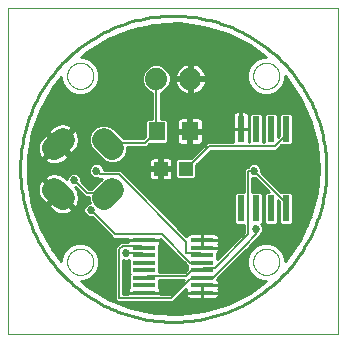
<source format=gtl>
G75*
%MOIN*%
%OFA0B0*%
%FSLAX25Y25*%
%IPPOS*%
%LPD*%
%AMOC8*
5,1,8,0,0,1.08239X$1,22.5*
%
%ADD10C,0.00000*%
%ADD11C,0.01000*%
%ADD12R,0.05512X0.06299*%
%ADD13R,0.07800X0.01400*%
%ADD14R,0.02400X0.08700*%
%ADD15R,0.04724X0.04724*%
%ADD16C,0.07400*%
%ADD17C,0.07874*%
%ADD18C,0.00600*%
%ADD19C,0.02700*%
D10*
X0006500Y0001500D02*
X0006500Y0110201D01*
X0116421Y0110201D01*
X0116421Y0001500D01*
X0006500Y0001500D01*
X0026150Y0025500D02*
X0026152Y0025631D01*
X0026158Y0025763D01*
X0026168Y0025894D01*
X0026182Y0026024D01*
X0026200Y0026155D01*
X0026221Y0026284D01*
X0026247Y0026413D01*
X0026276Y0026541D01*
X0026310Y0026668D01*
X0026347Y0026794D01*
X0026388Y0026919D01*
X0026433Y0027043D01*
X0026481Y0027165D01*
X0026533Y0027285D01*
X0026589Y0027404D01*
X0026648Y0027522D01*
X0026711Y0027637D01*
X0026777Y0027750D01*
X0026847Y0027862D01*
X0026920Y0027971D01*
X0026996Y0028078D01*
X0027076Y0028183D01*
X0027158Y0028285D01*
X0027244Y0028385D01*
X0027333Y0028482D01*
X0027424Y0028576D01*
X0027518Y0028667D01*
X0027615Y0028756D01*
X0027715Y0028842D01*
X0027817Y0028924D01*
X0027922Y0029004D01*
X0028029Y0029080D01*
X0028138Y0029153D01*
X0028250Y0029223D01*
X0028363Y0029289D01*
X0028478Y0029352D01*
X0028596Y0029411D01*
X0028715Y0029467D01*
X0028835Y0029519D01*
X0028957Y0029567D01*
X0029081Y0029612D01*
X0029206Y0029653D01*
X0029332Y0029690D01*
X0029459Y0029724D01*
X0029587Y0029753D01*
X0029716Y0029779D01*
X0029845Y0029800D01*
X0029976Y0029818D01*
X0030106Y0029832D01*
X0030237Y0029842D01*
X0030369Y0029848D01*
X0030500Y0029850D01*
X0030631Y0029848D01*
X0030763Y0029842D01*
X0030894Y0029832D01*
X0031024Y0029818D01*
X0031155Y0029800D01*
X0031284Y0029779D01*
X0031413Y0029753D01*
X0031541Y0029724D01*
X0031668Y0029690D01*
X0031794Y0029653D01*
X0031919Y0029612D01*
X0032043Y0029567D01*
X0032165Y0029519D01*
X0032285Y0029467D01*
X0032404Y0029411D01*
X0032522Y0029352D01*
X0032637Y0029289D01*
X0032750Y0029223D01*
X0032862Y0029153D01*
X0032971Y0029080D01*
X0033078Y0029004D01*
X0033183Y0028924D01*
X0033285Y0028842D01*
X0033385Y0028756D01*
X0033482Y0028667D01*
X0033576Y0028576D01*
X0033667Y0028482D01*
X0033756Y0028385D01*
X0033842Y0028285D01*
X0033924Y0028183D01*
X0034004Y0028078D01*
X0034080Y0027971D01*
X0034153Y0027862D01*
X0034223Y0027750D01*
X0034289Y0027637D01*
X0034352Y0027522D01*
X0034411Y0027404D01*
X0034467Y0027285D01*
X0034519Y0027165D01*
X0034567Y0027043D01*
X0034612Y0026919D01*
X0034653Y0026794D01*
X0034690Y0026668D01*
X0034724Y0026541D01*
X0034753Y0026413D01*
X0034779Y0026284D01*
X0034800Y0026155D01*
X0034818Y0026024D01*
X0034832Y0025894D01*
X0034842Y0025763D01*
X0034848Y0025631D01*
X0034850Y0025500D01*
X0034848Y0025369D01*
X0034842Y0025237D01*
X0034832Y0025106D01*
X0034818Y0024976D01*
X0034800Y0024845D01*
X0034779Y0024716D01*
X0034753Y0024587D01*
X0034724Y0024459D01*
X0034690Y0024332D01*
X0034653Y0024206D01*
X0034612Y0024081D01*
X0034567Y0023957D01*
X0034519Y0023835D01*
X0034467Y0023715D01*
X0034411Y0023596D01*
X0034352Y0023478D01*
X0034289Y0023363D01*
X0034223Y0023250D01*
X0034153Y0023138D01*
X0034080Y0023029D01*
X0034004Y0022922D01*
X0033924Y0022817D01*
X0033842Y0022715D01*
X0033756Y0022615D01*
X0033667Y0022518D01*
X0033576Y0022424D01*
X0033482Y0022333D01*
X0033385Y0022244D01*
X0033285Y0022158D01*
X0033183Y0022076D01*
X0033078Y0021996D01*
X0032971Y0021920D01*
X0032862Y0021847D01*
X0032750Y0021777D01*
X0032637Y0021711D01*
X0032522Y0021648D01*
X0032404Y0021589D01*
X0032285Y0021533D01*
X0032165Y0021481D01*
X0032043Y0021433D01*
X0031919Y0021388D01*
X0031794Y0021347D01*
X0031668Y0021310D01*
X0031541Y0021276D01*
X0031413Y0021247D01*
X0031284Y0021221D01*
X0031155Y0021200D01*
X0031024Y0021182D01*
X0030894Y0021168D01*
X0030763Y0021158D01*
X0030631Y0021152D01*
X0030500Y0021150D01*
X0030369Y0021152D01*
X0030237Y0021158D01*
X0030106Y0021168D01*
X0029976Y0021182D01*
X0029845Y0021200D01*
X0029716Y0021221D01*
X0029587Y0021247D01*
X0029459Y0021276D01*
X0029332Y0021310D01*
X0029206Y0021347D01*
X0029081Y0021388D01*
X0028957Y0021433D01*
X0028835Y0021481D01*
X0028715Y0021533D01*
X0028596Y0021589D01*
X0028478Y0021648D01*
X0028363Y0021711D01*
X0028250Y0021777D01*
X0028138Y0021847D01*
X0028029Y0021920D01*
X0027922Y0021996D01*
X0027817Y0022076D01*
X0027715Y0022158D01*
X0027615Y0022244D01*
X0027518Y0022333D01*
X0027424Y0022424D01*
X0027333Y0022518D01*
X0027244Y0022615D01*
X0027158Y0022715D01*
X0027076Y0022817D01*
X0026996Y0022922D01*
X0026920Y0023029D01*
X0026847Y0023138D01*
X0026777Y0023250D01*
X0026711Y0023363D01*
X0026648Y0023478D01*
X0026589Y0023596D01*
X0026533Y0023715D01*
X0026481Y0023835D01*
X0026433Y0023957D01*
X0026388Y0024081D01*
X0026347Y0024206D01*
X0026310Y0024332D01*
X0026276Y0024459D01*
X0026247Y0024587D01*
X0026221Y0024716D01*
X0026200Y0024845D01*
X0026182Y0024976D01*
X0026168Y0025106D01*
X0026158Y0025237D01*
X0026152Y0025369D01*
X0026150Y0025500D01*
X0088150Y0025500D02*
X0088152Y0025631D01*
X0088158Y0025763D01*
X0088168Y0025894D01*
X0088182Y0026024D01*
X0088200Y0026155D01*
X0088221Y0026284D01*
X0088247Y0026413D01*
X0088276Y0026541D01*
X0088310Y0026668D01*
X0088347Y0026794D01*
X0088388Y0026919D01*
X0088433Y0027043D01*
X0088481Y0027165D01*
X0088533Y0027285D01*
X0088589Y0027404D01*
X0088648Y0027522D01*
X0088711Y0027637D01*
X0088777Y0027750D01*
X0088847Y0027862D01*
X0088920Y0027971D01*
X0088996Y0028078D01*
X0089076Y0028183D01*
X0089158Y0028285D01*
X0089244Y0028385D01*
X0089333Y0028482D01*
X0089424Y0028576D01*
X0089518Y0028667D01*
X0089615Y0028756D01*
X0089715Y0028842D01*
X0089817Y0028924D01*
X0089922Y0029004D01*
X0090029Y0029080D01*
X0090138Y0029153D01*
X0090250Y0029223D01*
X0090363Y0029289D01*
X0090478Y0029352D01*
X0090596Y0029411D01*
X0090715Y0029467D01*
X0090835Y0029519D01*
X0090957Y0029567D01*
X0091081Y0029612D01*
X0091206Y0029653D01*
X0091332Y0029690D01*
X0091459Y0029724D01*
X0091587Y0029753D01*
X0091716Y0029779D01*
X0091845Y0029800D01*
X0091976Y0029818D01*
X0092106Y0029832D01*
X0092237Y0029842D01*
X0092369Y0029848D01*
X0092500Y0029850D01*
X0092631Y0029848D01*
X0092763Y0029842D01*
X0092894Y0029832D01*
X0093024Y0029818D01*
X0093155Y0029800D01*
X0093284Y0029779D01*
X0093413Y0029753D01*
X0093541Y0029724D01*
X0093668Y0029690D01*
X0093794Y0029653D01*
X0093919Y0029612D01*
X0094043Y0029567D01*
X0094165Y0029519D01*
X0094285Y0029467D01*
X0094404Y0029411D01*
X0094522Y0029352D01*
X0094637Y0029289D01*
X0094750Y0029223D01*
X0094862Y0029153D01*
X0094971Y0029080D01*
X0095078Y0029004D01*
X0095183Y0028924D01*
X0095285Y0028842D01*
X0095385Y0028756D01*
X0095482Y0028667D01*
X0095576Y0028576D01*
X0095667Y0028482D01*
X0095756Y0028385D01*
X0095842Y0028285D01*
X0095924Y0028183D01*
X0096004Y0028078D01*
X0096080Y0027971D01*
X0096153Y0027862D01*
X0096223Y0027750D01*
X0096289Y0027637D01*
X0096352Y0027522D01*
X0096411Y0027404D01*
X0096467Y0027285D01*
X0096519Y0027165D01*
X0096567Y0027043D01*
X0096612Y0026919D01*
X0096653Y0026794D01*
X0096690Y0026668D01*
X0096724Y0026541D01*
X0096753Y0026413D01*
X0096779Y0026284D01*
X0096800Y0026155D01*
X0096818Y0026024D01*
X0096832Y0025894D01*
X0096842Y0025763D01*
X0096848Y0025631D01*
X0096850Y0025500D01*
X0096848Y0025369D01*
X0096842Y0025237D01*
X0096832Y0025106D01*
X0096818Y0024976D01*
X0096800Y0024845D01*
X0096779Y0024716D01*
X0096753Y0024587D01*
X0096724Y0024459D01*
X0096690Y0024332D01*
X0096653Y0024206D01*
X0096612Y0024081D01*
X0096567Y0023957D01*
X0096519Y0023835D01*
X0096467Y0023715D01*
X0096411Y0023596D01*
X0096352Y0023478D01*
X0096289Y0023363D01*
X0096223Y0023250D01*
X0096153Y0023138D01*
X0096080Y0023029D01*
X0096004Y0022922D01*
X0095924Y0022817D01*
X0095842Y0022715D01*
X0095756Y0022615D01*
X0095667Y0022518D01*
X0095576Y0022424D01*
X0095482Y0022333D01*
X0095385Y0022244D01*
X0095285Y0022158D01*
X0095183Y0022076D01*
X0095078Y0021996D01*
X0094971Y0021920D01*
X0094862Y0021847D01*
X0094750Y0021777D01*
X0094637Y0021711D01*
X0094522Y0021648D01*
X0094404Y0021589D01*
X0094285Y0021533D01*
X0094165Y0021481D01*
X0094043Y0021433D01*
X0093919Y0021388D01*
X0093794Y0021347D01*
X0093668Y0021310D01*
X0093541Y0021276D01*
X0093413Y0021247D01*
X0093284Y0021221D01*
X0093155Y0021200D01*
X0093024Y0021182D01*
X0092894Y0021168D01*
X0092763Y0021158D01*
X0092631Y0021152D01*
X0092500Y0021150D01*
X0092369Y0021152D01*
X0092237Y0021158D01*
X0092106Y0021168D01*
X0091976Y0021182D01*
X0091845Y0021200D01*
X0091716Y0021221D01*
X0091587Y0021247D01*
X0091459Y0021276D01*
X0091332Y0021310D01*
X0091206Y0021347D01*
X0091081Y0021388D01*
X0090957Y0021433D01*
X0090835Y0021481D01*
X0090715Y0021533D01*
X0090596Y0021589D01*
X0090478Y0021648D01*
X0090363Y0021711D01*
X0090250Y0021777D01*
X0090138Y0021847D01*
X0090029Y0021920D01*
X0089922Y0021996D01*
X0089817Y0022076D01*
X0089715Y0022158D01*
X0089615Y0022244D01*
X0089518Y0022333D01*
X0089424Y0022424D01*
X0089333Y0022518D01*
X0089244Y0022615D01*
X0089158Y0022715D01*
X0089076Y0022817D01*
X0088996Y0022922D01*
X0088920Y0023029D01*
X0088847Y0023138D01*
X0088777Y0023250D01*
X0088711Y0023363D01*
X0088648Y0023478D01*
X0088589Y0023596D01*
X0088533Y0023715D01*
X0088481Y0023835D01*
X0088433Y0023957D01*
X0088388Y0024081D01*
X0088347Y0024206D01*
X0088310Y0024332D01*
X0088276Y0024459D01*
X0088247Y0024587D01*
X0088221Y0024716D01*
X0088200Y0024845D01*
X0088182Y0024976D01*
X0088168Y0025106D01*
X0088158Y0025237D01*
X0088152Y0025369D01*
X0088150Y0025500D01*
X0088150Y0087500D02*
X0088152Y0087631D01*
X0088158Y0087763D01*
X0088168Y0087894D01*
X0088182Y0088024D01*
X0088200Y0088155D01*
X0088221Y0088284D01*
X0088247Y0088413D01*
X0088276Y0088541D01*
X0088310Y0088668D01*
X0088347Y0088794D01*
X0088388Y0088919D01*
X0088433Y0089043D01*
X0088481Y0089165D01*
X0088533Y0089285D01*
X0088589Y0089404D01*
X0088648Y0089522D01*
X0088711Y0089637D01*
X0088777Y0089750D01*
X0088847Y0089862D01*
X0088920Y0089971D01*
X0088996Y0090078D01*
X0089076Y0090183D01*
X0089158Y0090285D01*
X0089244Y0090385D01*
X0089333Y0090482D01*
X0089424Y0090576D01*
X0089518Y0090667D01*
X0089615Y0090756D01*
X0089715Y0090842D01*
X0089817Y0090924D01*
X0089922Y0091004D01*
X0090029Y0091080D01*
X0090138Y0091153D01*
X0090250Y0091223D01*
X0090363Y0091289D01*
X0090478Y0091352D01*
X0090596Y0091411D01*
X0090715Y0091467D01*
X0090835Y0091519D01*
X0090957Y0091567D01*
X0091081Y0091612D01*
X0091206Y0091653D01*
X0091332Y0091690D01*
X0091459Y0091724D01*
X0091587Y0091753D01*
X0091716Y0091779D01*
X0091845Y0091800D01*
X0091976Y0091818D01*
X0092106Y0091832D01*
X0092237Y0091842D01*
X0092369Y0091848D01*
X0092500Y0091850D01*
X0092631Y0091848D01*
X0092763Y0091842D01*
X0092894Y0091832D01*
X0093024Y0091818D01*
X0093155Y0091800D01*
X0093284Y0091779D01*
X0093413Y0091753D01*
X0093541Y0091724D01*
X0093668Y0091690D01*
X0093794Y0091653D01*
X0093919Y0091612D01*
X0094043Y0091567D01*
X0094165Y0091519D01*
X0094285Y0091467D01*
X0094404Y0091411D01*
X0094522Y0091352D01*
X0094637Y0091289D01*
X0094750Y0091223D01*
X0094862Y0091153D01*
X0094971Y0091080D01*
X0095078Y0091004D01*
X0095183Y0090924D01*
X0095285Y0090842D01*
X0095385Y0090756D01*
X0095482Y0090667D01*
X0095576Y0090576D01*
X0095667Y0090482D01*
X0095756Y0090385D01*
X0095842Y0090285D01*
X0095924Y0090183D01*
X0096004Y0090078D01*
X0096080Y0089971D01*
X0096153Y0089862D01*
X0096223Y0089750D01*
X0096289Y0089637D01*
X0096352Y0089522D01*
X0096411Y0089404D01*
X0096467Y0089285D01*
X0096519Y0089165D01*
X0096567Y0089043D01*
X0096612Y0088919D01*
X0096653Y0088794D01*
X0096690Y0088668D01*
X0096724Y0088541D01*
X0096753Y0088413D01*
X0096779Y0088284D01*
X0096800Y0088155D01*
X0096818Y0088024D01*
X0096832Y0087894D01*
X0096842Y0087763D01*
X0096848Y0087631D01*
X0096850Y0087500D01*
X0096848Y0087369D01*
X0096842Y0087237D01*
X0096832Y0087106D01*
X0096818Y0086976D01*
X0096800Y0086845D01*
X0096779Y0086716D01*
X0096753Y0086587D01*
X0096724Y0086459D01*
X0096690Y0086332D01*
X0096653Y0086206D01*
X0096612Y0086081D01*
X0096567Y0085957D01*
X0096519Y0085835D01*
X0096467Y0085715D01*
X0096411Y0085596D01*
X0096352Y0085478D01*
X0096289Y0085363D01*
X0096223Y0085250D01*
X0096153Y0085138D01*
X0096080Y0085029D01*
X0096004Y0084922D01*
X0095924Y0084817D01*
X0095842Y0084715D01*
X0095756Y0084615D01*
X0095667Y0084518D01*
X0095576Y0084424D01*
X0095482Y0084333D01*
X0095385Y0084244D01*
X0095285Y0084158D01*
X0095183Y0084076D01*
X0095078Y0083996D01*
X0094971Y0083920D01*
X0094862Y0083847D01*
X0094750Y0083777D01*
X0094637Y0083711D01*
X0094522Y0083648D01*
X0094404Y0083589D01*
X0094285Y0083533D01*
X0094165Y0083481D01*
X0094043Y0083433D01*
X0093919Y0083388D01*
X0093794Y0083347D01*
X0093668Y0083310D01*
X0093541Y0083276D01*
X0093413Y0083247D01*
X0093284Y0083221D01*
X0093155Y0083200D01*
X0093024Y0083182D01*
X0092894Y0083168D01*
X0092763Y0083158D01*
X0092631Y0083152D01*
X0092500Y0083150D01*
X0092369Y0083152D01*
X0092237Y0083158D01*
X0092106Y0083168D01*
X0091976Y0083182D01*
X0091845Y0083200D01*
X0091716Y0083221D01*
X0091587Y0083247D01*
X0091459Y0083276D01*
X0091332Y0083310D01*
X0091206Y0083347D01*
X0091081Y0083388D01*
X0090957Y0083433D01*
X0090835Y0083481D01*
X0090715Y0083533D01*
X0090596Y0083589D01*
X0090478Y0083648D01*
X0090363Y0083711D01*
X0090250Y0083777D01*
X0090138Y0083847D01*
X0090029Y0083920D01*
X0089922Y0083996D01*
X0089817Y0084076D01*
X0089715Y0084158D01*
X0089615Y0084244D01*
X0089518Y0084333D01*
X0089424Y0084424D01*
X0089333Y0084518D01*
X0089244Y0084615D01*
X0089158Y0084715D01*
X0089076Y0084817D01*
X0088996Y0084922D01*
X0088920Y0085029D01*
X0088847Y0085138D01*
X0088777Y0085250D01*
X0088711Y0085363D01*
X0088648Y0085478D01*
X0088589Y0085596D01*
X0088533Y0085715D01*
X0088481Y0085835D01*
X0088433Y0085957D01*
X0088388Y0086081D01*
X0088347Y0086206D01*
X0088310Y0086332D01*
X0088276Y0086459D01*
X0088247Y0086587D01*
X0088221Y0086716D01*
X0088200Y0086845D01*
X0088182Y0086976D01*
X0088168Y0087106D01*
X0088158Y0087237D01*
X0088152Y0087369D01*
X0088150Y0087500D01*
X0026150Y0087500D02*
X0026152Y0087631D01*
X0026158Y0087763D01*
X0026168Y0087894D01*
X0026182Y0088024D01*
X0026200Y0088155D01*
X0026221Y0088284D01*
X0026247Y0088413D01*
X0026276Y0088541D01*
X0026310Y0088668D01*
X0026347Y0088794D01*
X0026388Y0088919D01*
X0026433Y0089043D01*
X0026481Y0089165D01*
X0026533Y0089285D01*
X0026589Y0089404D01*
X0026648Y0089522D01*
X0026711Y0089637D01*
X0026777Y0089750D01*
X0026847Y0089862D01*
X0026920Y0089971D01*
X0026996Y0090078D01*
X0027076Y0090183D01*
X0027158Y0090285D01*
X0027244Y0090385D01*
X0027333Y0090482D01*
X0027424Y0090576D01*
X0027518Y0090667D01*
X0027615Y0090756D01*
X0027715Y0090842D01*
X0027817Y0090924D01*
X0027922Y0091004D01*
X0028029Y0091080D01*
X0028138Y0091153D01*
X0028250Y0091223D01*
X0028363Y0091289D01*
X0028478Y0091352D01*
X0028596Y0091411D01*
X0028715Y0091467D01*
X0028835Y0091519D01*
X0028957Y0091567D01*
X0029081Y0091612D01*
X0029206Y0091653D01*
X0029332Y0091690D01*
X0029459Y0091724D01*
X0029587Y0091753D01*
X0029716Y0091779D01*
X0029845Y0091800D01*
X0029976Y0091818D01*
X0030106Y0091832D01*
X0030237Y0091842D01*
X0030369Y0091848D01*
X0030500Y0091850D01*
X0030631Y0091848D01*
X0030763Y0091842D01*
X0030894Y0091832D01*
X0031024Y0091818D01*
X0031155Y0091800D01*
X0031284Y0091779D01*
X0031413Y0091753D01*
X0031541Y0091724D01*
X0031668Y0091690D01*
X0031794Y0091653D01*
X0031919Y0091612D01*
X0032043Y0091567D01*
X0032165Y0091519D01*
X0032285Y0091467D01*
X0032404Y0091411D01*
X0032522Y0091352D01*
X0032637Y0091289D01*
X0032750Y0091223D01*
X0032862Y0091153D01*
X0032971Y0091080D01*
X0033078Y0091004D01*
X0033183Y0090924D01*
X0033285Y0090842D01*
X0033385Y0090756D01*
X0033482Y0090667D01*
X0033576Y0090576D01*
X0033667Y0090482D01*
X0033756Y0090385D01*
X0033842Y0090285D01*
X0033924Y0090183D01*
X0034004Y0090078D01*
X0034080Y0089971D01*
X0034153Y0089862D01*
X0034223Y0089750D01*
X0034289Y0089637D01*
X0034352Y0089522D01*
X0034411Y0089404D01*
X0034467Y0089285D01*
X0034519Y0089165D01*
X0034567Y0089043D01*
X0034612Y0088919D01*
X0034653Y0088794D01*
X0034690Y0088668D01*
X0034724Y0088541D01*
X0034753Y0088413D01*
X0034779Y0088284D01*
X0034800Y0088155D01*
X0034818Y0088024D01*
X0034832Y0087894D01*
X0034842Y0087763D01*
X0034848Y0087631D01*
X0034850Y0087500D01*
X0034848Y0087369D01*
X0034842Y0087237D01*
X0034832Y0087106D01*
X0034818Y0086976D01*
X0034800Y0086845D01*
X0034779Y0086716D01*
X0034753Y0086587D01*
X0034724Y0086459D01*
X0034690Y0086332D01*
X0034653Y0086206D01*
X0034612Y0086081D01*
X0034567Y0085957D01*
X0034519Y0085835D01*
X0034467Y0085715D01*
X0034411Y0085596D01*
X0034352Y0085478D01*
X0034289Y0085363D01*
X0034223Y0085250D01*
X0034153Y0085138D01*
X0034080Y0085029D01*
X0034004Y0084922D01*
X0033924Y0084817D01*
X0033842Y0084715D01*
X0033756Y0084615D01*
X0033667Y0084518D01*
X0033576Y0084424D01*
X0033482Y0084333D01*
X0033385Y0084244D01*
X0033285Y0084158D01*
X0033183Y0084076D01*
X0033078Y0083996D01*
X0032971Y0083920D01*
X0032862Y0083847D01*
X0032750Y0083777D01*
X0032637Y0083711D01*
X0032522Y0083648D01*
X0032404Y0083589D01*
X0032285Y0083533D01*
X0032165Y0083481D01*
X0032043Y0083433D01*
X0031919Y0083388D01*
X0031794Y0083347D01*
X0031668Y0083310D01*
X0031541Y0083276D01*
X0031413Y0083247D01*
X0031284Y0083221D01*
X0031155Y0083200D01*
X0031024Y0083182D01*
X0030894Y0083168D01*
X0030763Y0083158D01*
X0030631Y0083152D01*
X0030500Y0083150D01*
X0030369Y0083152D01*
X0030237Y0083158D01*
X0030106Y0083168D01*
X0029976Y0083182D01*
X0029845Y0083200D01*
X0029716Y0083221D01*
X0029587Y0083247D01*
X0029459Y0083276D01*
X0029332Y0083310D01*
X0029206Y0083347D01*
X0029081Y0083388D01*
X0028957Y0083433D01*
X0028835Y0083481D01*
X0028715Y0083533D01*
X0028596Y0083589D01*
X0028478Y0083648D01*
X0028363Y0083711D01*
X0028250Y0083777D01*
X0028138Y0083847D01*
X0028029Y0083920D01*
X0027922Y0083996D01*
X0027817Y0084076D01*
X0027715Y0084158D01*
X0027615Y0084244D01*
X0027518Y0084333D01*
X0027424Y0084424D01*
X0027333Y0084518D01*
X0027244Y0084615D01*
X0027158Y0084715D01*
X0027076Y0084817D01*
X0026996Y0084922D01*
X0026920Y0085029D01*
X0026847Y0085138D01*
X0026777Y0085250D01*
X0026711Y0085363D01*
X0026648Y0085478D01*
X0026589Y0085596D01*
X0026533Y0085715D01*
X0026481Y0085835D01*
X0026433Y0085957D01*
X0026388Y0086081D01*
X0026347Y0086206D01*
X0026310Y0086332D01*
X0026276Y0086459D01*
X0026247Y0086587D01*
X0026221Y0086716D01*
X0026200Y0086845D01*
X0026182Y0086976D01*
X0026168Y0087106D01*
X0026158Y0087237D01*
X0026152Y0087369D01*
X0026150Y0087500D01*
D11*
X0024150Y0087167D02*
X0024150Y0086237D01*
X0025117Y0083903D01*
X0026903Y0082117D01*
X0029237Y0081150D01*
X0031763Y0081150D01*
X0034097Y0082117D01*
X0035883Y0083903D01*
X0036850Y0086237D01*
X0036850Y0088763D01*
X0035883Y0091097D01*
X0034097Y0092883D01*
X0031763Y0093850D01*
X0030792Y0093850D01*
X0032660Y0095494D01*
X0039665Y0099807D01*
X0047298Y0102874D01*
X0055340Y0104607D01*
X0063558Y0104956D01*
X0071718Y0103911D01*
X0079584Y0101503D01*
X0086929Y0097799D01*
X0092269Y0093850D01*
X0091237Y0093850D01*
X0088903Y0092883D01*
X0087117Y0091097D01*
X0086150Y0088763D01*
X0086150Y0086237D01*
X0087117Y0083903D01*
X0088903Y0082117D01*
X0091237Y0081150D01*
X0093763Y0081150D01*
X0096097Y0082117D01*
X0097883Y0083903D01*
X0098850Y0086237D01*
X0098850Y0087370D01*
X0099235Y0086969D01*
X0103841Y0080153D01*
X0107230Y0072657D01*
X0109302Y0064697D01*
X0110000Y0056500D01*
X0109302Y0048303D01*
X0107230Y0040343D01*
X0103841Y0032847D01*
X0099235Y0026031D01*
X0098850Y0025630D01*
X0098850Y0026763D01*
X0097883Y0029097D01*
X0096097Y0030883D01*
X0093763Y0031850D01*
X0091237Y0031850D01*
X0088903Y0030883D01*
X0087117Y0029097D01*
X0086150Y0026763D01*
X0086150Y0024237D01*
X0087117Y0021903D01*
X0088903Y0020117D01*
X0091237Y0019150D01*
X0092269Y0019150D01*
X0086929Y0015201D01*
X0079584Y0011497D01*
X0071718Y0009089D01*
X0063558Y0008044D01*
X0055340Y0008393D01*
X0047298Y0010126D01*
X0039665Y0013193D01*
X0032660Y0017506D01*
X0030792Y0019150D01*
X0031763Y0019150D01*
X0034097Y0020117D01*
X0035883Y0021903D01*
X0036850Y0024237D01*
X0036850Y0026763D01*
X0035883Y0029097D01*
X0034097Y0030883D01*
X0031763Y0031850D01*
X0029237Y0031850D01*
X0026903Y0030883D01*
X0025117Y0029097D01*
X0024150Y0026763D01*
X0024150Y0025833D01*
X0021317Y0029341D01*
X0017305Y0036523D01*
X0014565Y0044279D01*
X0013175Y0052387D01*
X0013175Y0060613D01*
X0014565Y0068721D01*
X0017305Y0076477D01*
X0021317Y0083659D01*
X0024150Y0087167D01*
X0024150Y0086381D02*
X0023515Y0086381D01*
X0022709Y0085382D02*
X0024504Y0085382D01*
X0024918Y0084384D02*
X0021903Y0084384D01*
X0021165Y0083385D02*
X0025634Y0083385D01*
X0026633Y0082387D02*
X0020607Y0082387D01*
X0020049Y0081388D02*
X0028661Y0081388D01*
X0032339Y0081388D02*
X0054475Y0081388D01*
X0054475Y0081853D02*
X0054475Y0073250D01*
X0052777Y0073250D01*
X0052132Y0072605D01*
X0052132Y0067237D01*
X0051545Y0066650D01*
X0045048Y0066650D01*
X0041249Y0070449D01*
X0039397Y0071216D01*
X0037394Y0071216D01*
X0035542Y0070449D01*
X0034125Y0069033D01*
X0033358Y0067181D01*
X0033358Y0065177D01*
X0034125Y0063326D01*
X0038326Y0059125D01*
X0040177Y0058358D01*
X0042181Y0058358D01*
X0044033Y0059125D01*
X0045449Y0060542D01*
X0046216Y0062394D01*
X0046216Y0063850D01*
X0052705Y0063850D01*
X0053525Y0064670D01*
X0053605Y0064750D01*
X0059200Y0064750D01*
X0059844Y0065395D01*
X0059844Y0072605D01*
X0059200Y0073250D01*
X0057275Y0073250D01*
X0057275Y0081915D01*
X0058519Y0082431D01*
X0059869Y0083781D01*
X0060600Y0085545D01*
X0060600Y0087455D01*
X0059869Y0089219D01*
X0058519Y0090569D01*
X0056755Y0091300D01*
X0054845Y0091300D01*
X0053081Y0090569D01*
X0051731Y0089219D01*
X0051000Y0087455D01*
X0051000Y0085545D01*
X0051731Y0083781D01*
X0053081Y0082431D01*
X0054475Y0081853D01*
X0053187Y0082387D02*
X0034367Y0082387D01*
X0035366Y0083385D02*
X0052126Y0083385D01*
X0051481Y0084384D02*
X0036082Y0084384D01*
X0036496Y0085382D02*
X0051067Y0085382D01*
X0051000Y0086381D02*
X0036850Y0086381D01*
X0036850Y0087379D02*
X0051000Y0087379D01*
X0051382Y0088378D02*
X0036850Y0088378D01*
X0036596Y0089376D02*
X0051888Y0089376D01*
X0052887Y0090375D02*
X0036182Y0090375D01*
X0035607Y0091373D02*
X0065371Y0091373D01*
X0065204Y0091319D02*
X0064475Y0090947D01*
X0063812Y0090466D01*
X0063234Y0089888D01*
X0062753Y0089225D01*
X0062381Y0088496D01*
X0062128Y0087718D01*
X0062014Y0087000D01*
X0066700Y0087000D01*
X0066700Y0091686D01*
X0065982Y0091572D01*
X0065204Y0091319D01*
X0066700Y0091373D02*
X0067700Y0091373D01*
X0067700Y0091686D02*
X0067700Y0087000D01*
X0066700Y0087000D01*
X0066700Y0086000D01*
X0062014Y0086000D01*
X0062128Y0085282D01*
X0062381Y0084504D01*
X0062753Y0083775D01*
X0063234Y0083112D01*
X0063812Y0082534D01*
X0064475Y0082053D01*
X0065204Y0081681D01*
X0065982Y0081428D01*
X0066700Y0081314D01*
X0066700Y0086000D01*
X0067700Y0086000D01*
X0067700Y0087000D01*
X0072386Y0087000D01*
X0072272Y0087718D01*
X0072019Y0088496D01*
X0071647Y0089225D01*
X0071166Y0089888D01*
X0070588Y0090466D01*
X0069925Y0090947D01*
X0069196Y0091319D01*
X0068418Y0091572D01*
X0067700Y0091686D01*
X0069029Y0091373D02*
X0087393Y0091373D01*
X0086818Y0090375D02*
X0070679Y0090375D01*
X0071538Y0089376D02*
X0086404Y0089376D01*
X0086150Y0088378D02*
X0072057Y0088378D01*
X0072326Y0087379D02*
X0086150Y0087379D01*
X0086150Y0086381D02*
X0067700Y0086381D01*
X0067700Y0086000D02*
X0072386Y0086000D01*
X0072272Y0085282D01*
X0072019Y0084504D01*
X0071647Y0083775D01*
X0071166Y0083112D01*
X0070588Y0082534D01*
X0069925Y0082053D01*
X0069196Y0081681D01*
X0068418Y0081428D01*
X0067700Y0081314D01*
X0067700Y0086000D01*
X0067700Y0085382D02*
X0066700Y0085382D01*
X0066700Y0084384D02*
X0067700Y0084384D01*
X0067700Y0083385D02*
X0066700Y0083385D01*
X0066700Y0082387D02*
X0067700Y0082387D01*
X0067700Y0081388D02*
X0066700Y0081388D01*
X0066233Y0081388D02*
X0057275Y0081388D01*
X0057275Y0080390D02*
X0103681Y0080390D01*
X0104186Y0079391D02*
X0057275Y0079391D01*
X0057275Y0078393D02*
X0104637Y0078393D01*
X0105088Y0077394D02*
X0057275Y0077394D01*
X0057275Y0076396D02*
X0105540Y0076396D01*
X0105991Y0075397D02*
X0086040Y0075397D01*
X0086121Y0075350D02*
X0085779Y0075548D01*
X0085397Y0075650D01*
X0084100Y0075650D01*
X0084100Y0069900D01*
X0083900Y0069900D01*
X0083900Y0075650D01*
X0082603Y0075650D01*
X0082221Y0075548D01*
X0081879Y0075350D01*
X0081600Y0075071D01*
X0081402Y0074729D01*
X0081300Y0074347D01*
X0081300Y0069900D01*
X0083900Y0069900D01*
X0083900Y0069700D01*
X0081300Y0069700D01*
X0081300Y0065400D01*
X0072795Y0065400D01*
X0071975Y0064580D01*
X0071975Y0064580D01*
X0067357Y0059962D01*
X0062816Y0059962D01*
X0062172Y0059318D01*
X0062172Y0053682D01*
X0062816Y0053038D01*
X0068452Y0053038D01*
X0069096Y0053682D01*
X0069096Y0057741D01*
X0073955Y0062600D01*
X0095830Y0062600D01*
X0097580Y0064350D01*
X0100656Y0064350D01*
X0101300Y0064994D01*
X0101300Y0074606D01*
X0100656Y0075250D01*
X0097344Y0075250D01*
X0096700Y0074606D01*
X0096700Y0067430D01*
X0096300Y0067030D01*
X0096300Y0074606D01*
X0095656Y0075250D01*
X0092344Y0075250D01*
X0091700Y0074606D01*
X0091700Y0065400D01*
X0091300Y0065400D01*
X0091300Y0074606D01*
X0090656Y0075250D01*
X0087344Y0075250D01*
X0086700Y0074606D01*
X0086700Y0065400D01*
X0086700Y0069700D01*
X0084100Y0069700D01*
X0084100Y0069900D01*
X0086700Y0069900D01*
X0086700Y0074347D01*
X0086598Y0074729D01*
X0086400Y0075071D01*
X0086121Y0075350D01*
X0086686Y0074399D02*
X0086700Y0074399D01*
X0086700Y0073400D02*
X0086700Y0073400D01*
X0086700Y0072402D02*
X0086700Y0072402D01*
X0086700Y0071403D02*
X0086700Y0071403D01*
X0086700Y0070405D02*
X0086700Y0070405D01*
X0086700Y0069406D02*
X0086700Y0069406D01*
X0086700Y0068408D02*
X0086700Y0068408D01*
X0086700Y0067409D02*
X0086700Y0067409D01*
X0086700Y0066411D02*
X0086700Y0066411D01*
X0086700Y0065412D02*
X0086700Y0065412D01*
X0086700Y0065400D02*
X0086700Y0065400D01*
X0091300Y0065412D02*
X0091700Y0065412D01*
X0091700Y0066411D02*
X0091300Y0066411D01*
X0091300Y0067409D02*
X0091700Y0067409D01*
X0091700Y0068408D02*
X0091300Y0068408D01*
X0091300Y0069406D02*
X0091700Y0069406D01*
X0091700Y0070405D02*
X0091300Y0070405D01*
X0091300Y0071403D02*
X0091700Y0071403D01*
X0091700Y0072402D02*
X0091300Y0072402D01*
X0091300Y0073400D02*
X0091700Y0073400D01*
X0091700Y0074399D02*
X0091300Y0074399D01*
X0096300Y0074399D02*
X0096700Y0074399D01*
X0096700Y0073400D02*
X0096300Y0073400D01*
X0096300Y0072402D02*
X0096700Y0072402D01*
X0096700Y0071403D02*
X0096300Y0071403D01*
X0096300Y0070405D02*
X0096700Y0070405D01*
X0096700Y0069406D02*
X0096300Y0069406D01*
X0096300Y0068408D02*
X0096700Y0068408D01*
X0096679Y0067409D02*
X0096300Y0067409D01*
X0096645Y0063415D02*
X0109411Y0063415D01*
X0109496Y0062417D02*
X0073772Y0062417D01*
X0072773Y0061418D02*
X0109581Y0061418D01*
X0109666Y0060420D02*
X0071774Y0060420D01*
X0070776Y0059421D02*
X0109751Y0059421D01*
X0109836Y0058423D02*
X0069777Y0058423D01*
X0069096Y0057424D02*
X0086459Y0057424D01*
X0086310Y0057275D02*
X0085920Y0057275D01*
X0085100Y0056455D01*
X0085100Y0048750D01*
X0082344Y0048750D01*
X0081700Y0048106D01*
X0081700Y0038494D01*
X0082344Y0037850D01*
X0085100Y0037850D01*
X0085100Y0035205D01*
X0076200Y0026305D01*
X0076200Y0026356D01*
X0076056Y0026500D01*
X0076200Y0026644D01*
X0076200Y0028479D01*
X0076300Y0028579D01*
X0076498Y0028921D01*
X0076600Y0029303D01*
X0076600Y0030200D01*
X0076600Y0031097D01*
X0076498Y0031479D01*
X0076486Y0031500D01*
X0076498Y0031521D01*
X0076600Y0031903D01*
X0076600Y0032800D01*
X0076600Y0033697D01*
X0076498Y0034079D01*
X0076300Y0034421D01*
X0076021Y0034700D01*
X0075679Y0034898D01*
X0075297Y0035000D01*
X0071200Y0035000D01*
X0071200Y0032800D01*
X0071200Y0032800D01*
X0076600Y0032800D01*
X0071200Y0032800D01*
X0071200Y0032800D01*
X0071200Y0035000D01*
X0067103Y0035000D01*
X0066721Y0034898D01*
X0066379Y0034700D01*
X0066100Y0034421D01*
X0065902Y0034079D01*
X0065902Y0034078D01*
X0043955Y0056025D01*
X0038325Y0056025D01*
X0038325Y0056362D01*
X0037952Y0057263D01*
X0037263Y0057952D01*
X0036362Y0058325D01*
X0035388Y0058325D01*
X0034487Y0057952D01*
X0033798Y0057263D01*
X0033425Y0056362D01*
X0033425Y0055388D01*
X0033798Y0054487D01*
X0034487Y0053798D01*
X0035388Y0053425D01*
X0036345Y0053425D01*
X0036545Y0053225D01*
X0037676Y0053225D01*
X0034226Y0049775D01*
X0033330Y0049775D01*
X0030825Y0052280D01*
X0030825Y0053237D01*
X0030452Y0054138D01*
X0029763Y0054827D01*
X0028862Y0055200D01*
X0027888Y0055200D01*
X0026987Y0054827D01*
X0026298Y0054138D01*
X0025925Y0053237D01*
X0025925Y0053189D01*
X0025363Y0053752D01*
X0024670Y0054255D01*
X0023908Y0054643D01*
X0023094Y0054908D01*
X0022249Y0055042D01*
X0021393Y0055042D01*
X0020547Y0054908D01*
X0019734Y0054643D01*
X0018971Y0054255D01*
X0018338Y0053795D01*
X0023213Y0048920D01*
X0022505Y0048213D01*
X0017631Y0053087D01*
X0017171Y0052454D01*
X0016782Y0051692D01*
X0016518Y0050878D01*
X0016384Y0050032D01*
X0016384Y0049177D01*
X0016518Y0048331D01*
X0016782Y0047517D01*
X0017171Y0046755D01*
X0017674Y0046063D01*
X0019015Y0044722D01*
X0022505Y0048213D01*
X0023213Y0047505D01*
X0023920Y0048213D01*
X0028795Y0043338D01*
X0029255Y0043971D01*
X0029643Y0044734D01*
X0029908Y0045547D01*
X0030042Y0046393D01*
X0030042Y0047249D01*
X0029908Y0048094D01*
X0029643Y0048908D01*
X0029255Y0049670D01*
X0028797Y0050300D01*
X0028845Y0050300D01*
X0031350Y0047795D01*
X0032170Y0046975D01*
X0033358Y0046975D01*
X0033358Y0045819D01*
X0033615Y0045200D01*
X0033513Y0045200D01*
X0032612Y0044827D01*
X0031923Y0044138D01*
X0031550Y0043237D01*
X0031550Y0042263D01*
X0031923Y0041362D01*
X0032612Y0040673D01*
X0033513Y0040300D01*
X0034470Y0040300D01*
X0040725Y0034045D01*
X0041545Y0033225D01*
X0046400Y0033225D01*
X0046400Y0032800D01*
X0051800Y0032800D01*
X0057200Y0032800D01*
X0057200Y0033195D01*
X0065725Y0024670D01*
X0066200Y0024195D01*
X0066200Y0024044D01*
X0066244Y0024000D01*
X0066200Y0023956D01*
X0066200Y0023180D01*
X0065295Y0022275D01*
X0056800Y0022275D01*
X0056800Y0023956D01*
X0056756Y0024000D01*
X0056800Y0024044D01*
X0056800Y0026356D01*
X0056656Y0026500D01*
X0056800Y0026644D01*
X0056800Y0028956D01*
X0056756Y0029000D01*
X0056800Y0029044D01*
X0056800Y0031079D01*
X0056900Y0031179D01*
X0057098Y0031521D01*
X0057200Y0031903D01*
X0057200Y0032800D01*
X0051800Y0032800D01*
X0051800Y0032800D01*
X0051800Y0032800D01*
X0046400Y0032800D01*
X0046400Y0032275D01*
X0044045Y0032275D01*
X0042795Y0031025D01*
X0041975Y0030205D01*
X0041975Y0012795D01*
X0042795Y0011975D01*
X0061455Y0011975D01*
X0065881Y0016402D01*
X0065800Y0016097D01*
X0065800Y0015200D01*
X0071200Y0015200D01*
X0076600Y0015200D01*
X0076600Y0016097D01*
X0076498Y0016479D01*
X0076486Y0016500D01*
X0076498Y0016521D01*
X0076600Y0016903D01*
X0076600Y0017800D01*
X0076600Y0018697D01*
X0076498Y0019079D01*
X0076300Y0019421D01*
X0076200Y0019521D01*
X0076200Y0019845D01*
X0085848Y0029494D01*
X0085875Y0029494D01*
X0086256Y0029901D01*
X0086650Y0030295D01*
X0086650Y0030321D01*
X0090006Y0033901D01*
X0090400Y0034295D01*
X0090400Y0034321D01*
X0090418Y0034341D01*
X0090414Y0034450D01*
X0091077Y0035112D01*
X0091450Y0036013D01*
X0091450Y0036987D01*
X0091077Y0037888D01*
X0090885Y0038080D01*
X0091300Y0038494D01*
X0091300Y0048106D01*
X0090656Y0048750D01*
X0087900Y0048750D01*
X0087900Y0053425D01*
X0088845Y0053425D01*
X0093520Y0048750D01*
X0092344Y0048750D01*
X0091700Y0048106D01*
X0091700Y0038494D01*
X0092344Y0037850D01*
X0095656Y0037850D01*
X0096300Y0038494D01*
X0096300Y0045970D01*
X0096700Y0045570D01*
X0096700Y0038494D01*
X0097344Y0037850D01*
X0100656Y0037850D01*
X0101300Y0038494D01*
X0101300Y0048106D01*
X0100656Y0048750D01*
X0097480Y0048750D01*
X0090825Y0055405D01*
X0090825Y0056362D01*
X0090452Y0057263D01*
X0089763Y0057952D01*
X0088862Y0058325D01*
X0087888Y0058325D01*
X0086987Y0057952D01*
X0086310Y0057275D01*
X0085100Y0056426D02*
X0069096Y0056426D01*
X0069096Y0055427D02*
X0085100Y0055427D01*
X0085100Y0054429D02*
X0069096Y0054429D01*
X0068844Y0053430D02*
X0085100Y0053430D01*
X0085100Y0052432D02*
X0047548Y0052432D01*
X0046550Y0053430D02*
X0053681Y0053430D01*
X0053606Y0053559D02*
X0053804Y0053217D01*
X0054083Y0052937D01*
X0054425Y0052740D01*
X0054806Y0052638D01*
X0056866Y0052638D01*
X0056866Y0056000D01*
X0053504Y0056000D01*
X0053504Y0053940D01*
X0053606Y0053559D01*
X0053504Y0054429D02*
X0045551Y0054429D01*
X0044553Y0055427D02*
X0053504Y0055427D01*
X0053504Y0057000D02*
X0053504Y0059060D01*
X0053606Y0059441D01*
X0053804Y0059783D01*
X0054083Y0060062D01*
X0054425Y0060260D01*
X0054806Y0060362D01*
X0056866Y0060362D01*
X0056866Y0057000D01*
X0056866Y0056000D01*
X0057866Y0056000D01*
X0057866Y0052638D01*
X0059926Y0052638D01*
X0060307Y0052740D01*
X0060649Y0052937D01*
X0060929Y0053217D01*
X0061126Y0053559D01*
X0061228Y0053940D01*
X0061228Y0056000D01*
X0057866Y0056000D01*
X0057866Y0057000D01*
X0056866Y0057000D01*
X0053504Y0057000D01*
X0053504Y0057424D02*
X0037791Y0057424D01*
X0038299Y0056426D02*
X0056866Y0056426D01*
X0056866Y0057424D02*
X0057866Y0057424D01*
X0057866Y0057000D02*
X0057866Y0060362D01*
X0059926Y0060362D01*
X0060307Y0060260D01*
X0060649Y0060062D01*
X0060929Y0059783D01*
X0061126Y0059441D01*
X0061228Y0059060D01*
X0061228Y0057000D01*
X0057866Y0057000D01*
X0057866Y0056426D02*
X0062172Y0056426D01*
X0010500Y0056500D02*
X0010515Y0057752D01*
X0010561Y0059002D01*
X0010638Y0060252D01*
X0010746Y0061499D01*
X0010884Y0062743D01*
X0011052Y0063983D01*
X0011251Y0065219D01*
X0011480Y0066450D01*
X0011739Y0067674D01*
X0012028Y0068892D01*
X0012347Y0070102D01*
X0012696Y0071305D01*
X0013074Y0072498D01*
X0013481Y0073681D01*
X0013917Y0074855D01*
X0014382Y0076017D01*
X0014875Y0077167D01*
X0015397Y0078305D01*
X0015946Y0079430D01*
X0016522Y0080541D01*
X0017126Y0081638D01*
X0017756Y0082719D01*
X0018412Y0083785D01*
X0019095Y0084834D01*
X0019803Y0085866D01*
X0020536Y0086881D01*
X0021294Y0087877D01*
X0022076Y0088854D01*
X0022882Y0089812D01*
X0023711Y0090750D01*
X0024563Y0091667D01*
X0025438Y0092562D01*
X0026333Y0093437D01*
X0027250Y0094289D01*
X0028188Y0095118D01*
X0029146Y0095924D01*
X0030123Y0096706D01*
X0031119Y0097464D01*
X0032134Y0098197D01*
X0033166Y0098905D01*
X0034215Y0099588D01*
X0035281Y0100244D01*
X0036362Y0100874D01*
X0037459Y0101478D01*
X0038570Y0102054D01*
X0039695Y0102603D01*
X0040833Y0103125D01*
X0041983Y0103618D01*
X0043145Y0104083D01*
X0044319Y0104519D01*
X0045502Y0104926D01*
X0046695Y0105304D01*
X0047898Y0105653D01*
X0049108Y0105972D01*
X0050326Y0106261D01*
X0051550Y0106520D01*
X0052781Y0106749D01*
X0054017Y0106948D01*
X0055257Y0107116D01*
X0056501Y0107254D01*
X0057748Y0107362D01*
X0058998Y0107439D01*
X0060248Y0107485D01*
X0061500Y0107500D01*
X0062752Y0107485D01*
X0064002Y0107439D01*
X0065252Y0107362D01*
X0066499Y0107254D01*
X0067743Y0107116D01*
X0068983Y0106948D01*
X0070219Y0106749D01*
X0071450Y0106520D01*
X0072674Y0106261D01*
X0073892Y0105972D01*
X0075102Y0105653D01*
X0076305Y0105304D01*
X0077498Y0104926D01*
X0078681Y0104519D01*
X0079855Y0104083D01*
X0081017Y0103618D01*
X0082167Y0103125D01*
X0083305Y0102603D01*
X0084430Y0102054D01*
X0085541Y0101478D01*
X0086638Y0100874D01*
X0087719Y0100244D01*
X0088785Y0099588D01*
X0089834Y0098905D01*
X0090866Y0098197D01*
X0091881Y0097464D01*
X0092877Y0096706D01*
X0093854Y0095924D01*
X0094812Y0095118D01*
X0095750Y0094289D01*
X0096667Y0093437D01*
X0097562Y0092562D01*
X0098437Y0091667D01*
X0099289Y0090750D01*
X0100118Y0089812D01*
X0100924Y0088854D01*
X0101706Y0087877D01*
X0102464Y0086881D01*
X0103197Y0085866D01*
X0103905Y0084834D01*
X0104588Y0083785D01*
X0105244Y0082719D01*
X0105874Y0081638D01*
X0106478Y0080541D01*
X0107054Y0079430D01*
X0107603Y0078305D01*
X0108125Y0077167D01*
X0108618Y0076017D01*
X0109083Y0074855D01*
X0109519Y0073681D01*
X0109926Y0072498D01*
X0110304Y0071305D01*
X0110653Y0070102D01*
X0110972Y0068892D01*
X0111261Y0067674D01*
X0111520Y0066450D01*
X0111749Y0065219D01*
X0111948Y0063983D01*
X0112116Y0062743D01*
X0112254Y0061499D01*
X0112362Y0060252D01*
X0112439Y0059002D01*
X0112485Y0057752D01*
X0112500Y0056500D01*
X0112485Y0055248D01*
X0112439Y0053998D01*
X0112362Y0052748D01*
X0112254Y0051501D01*
X0112116Y0050257D01*
X0111948Y0049017D01*
X0111749Y0047781D01*
X0111520Y0046550D01*
X0111261Y0045326D01*
X0110972Y0044108D01*
X0110653Y0042898D01*
X0110304Y0041695D01*
X0109926Y0040502D01*
X0109519Y0039319D01*
X0109083Y0038145D01*
X0108618Y0036983D01*
X0108125Y0035833D01*
X0107603Y0034695D01*
X0107054Y0033570D01*
X0106478Y0032459D01*
X0105874Y0031362D01*
X0105244Y0030281D01*
X0104588Y0029215D01*
X0103905Y0028166D01*
X0103197Y0027134D01*
X0102464Y0026119D01*
X0101706Y0025123D01*
X0100924Y0024146D01*
X0100118Y0023188D01*
X0099289Y0022250D01*
X0098437Y0021333D01*
X0097562Y0020438D01*
X0096667Y0019563D01*
X0095750Y0018711D01*
X0094812Y0017882D01*
X0093854Y0017076D01*
X0092877Y0016294D01*
X0091881Y0015536D01*
X0090866Y0014803D01*
X0089834Y0014095D01*
X0088785Y0013412D01*
X0087719Y0012756D01*
X0086638Y0012126D01*
X0085541Y0011522D01*
X0084430Y0010946D01*
X0083305Y0010397D01*
X0082167Y0009875D01*
X0081017Y0009382D01*
X0079855Y0008917D01*
X0078681Y0008481D01*
X0077498Y0008074D01*
X0076305Y0007696D01*
X0075102Y0007347D01*
X0073892Y0007028D01*
X0072674Y0006739D01*
X0071450Y0006480D01*
X0070219Y0006251D01*
X0068983Y0006052D01*
X0067743Y0005884D01*
X0066499Y0005746D01*
X0065252Y0005638D01*
X0064002Y0005561D01*
X0062752Y0005515D01*
X0061500Y0005500D01*
X0060248Y0005515D01*
X0058998Y0005561D01*
X0057748Y0005638D01*
X0056501Y0005746D01*
X0055257Y0005884D01*
X0054017Y0006052D01*
X0052781Y0006251D01*
X0051550Y0006480D01*
X0050326Y0006739D01*
X0049108Y0007028D01*
X0047898Y0007347D01*
X0046695Y0007696D01*
X0045502Y0008074D01*
X0044319Y0008481D01*
X0043145Y0008917D01*
X0041983Y0009382D01*
X0040833Y0009875D01*
X0039695Y0010397D01*
X0038570Y0010946D01*
X0037459Y0011522D01*
X0036362Y0012126D01*
X0035281Y0012756D01*
X0034215Y0013412D01*
X0033166Y0014095D01*
X0032134Y0014803D01*
X0031119Y0015536D01*
X0030123Y0016294D01*
X0029146Y0017076D01*
X0028188Y0017882D01*
X0027250Y0018711D01*
X0026333Y0019563D01*
X0025438Y0020438D01*
X0024563Y0021333D01*
X0023711Y0022250D01*
X0022882Y0023188D01*
X0022076Y0024146D01*
X0021294Y0025123D01*
X0020536Y0026119D01*
X0019803Y0027134D01*
X0019095Y0028166D01*
X0018412Y0029215D01*
X0017756Y0030281D01*
X0017126Y0031362D01*
X0016522Y0032459D01*
X0015946Y0033570D01*
X0015397Y0034695D01*
X0014875Y0035833D01*
X0014382Y0036983D01*
X0013917Y0038145D01*
X0013481Y0039319D01*
X0013074Y0040502D01*
X0012696Y0041695D01*
X0012347Y0042898D01*
X0012028Y0044108D01*
X0011739Y0045326D01*
X0011480Y0046550D01*
X0011251Y0047781D01*
X0011052Y0049017D01*
X0010884Y0050257D01*
X0010746Y0051501D01*
X0010638Y0052748D01*
X0010561Y0053998D01*
X0010515Y0055248D01*
X0010500Y0056500D01*
X0013175Y0056426D02*
X0033451Y0056426D01*
X0033425Y0055427D02*
X0013175Y0055427D01*
X0013175Y0054429D02*
X0019312Y0054429D01*
X0018702Y0053430D02*
X0013175Y0053430D01*
X0013175Y0052432D02*
X0017159Y0052432D01*
X0016698Y0051433D02*
X0013338Y0051433D01*
X0013509Y0050434D02*
X0016447Y0050434D01*
X0016384Y0049436D02*
X0013681Y0049436D01*
X0013852Y0048437D02*
X0016501Y0048437D01*
X0016822Y0047439D02*
X0014023Y0047439D01*
X0014194Y0046440D02*
X0017399Y0046440D01*
X0018294Y0045442D02*
X0014366Y0045442D01*
X0014537Y0044443D02*
X0020151Y0044443D01*
X0019722Y0044015D02*
X0021063Y0042674D01*
X0021755Y0042171D01*
X0022517Y0041782D01*
X0023331Y0041518D01*
X0024177Y0041384D01*
X0025032Y0041384D01*
X0025878Y0041518D01*
X0026692Y0041782D01*
X0027454Y0042171D01*
X0028087Y0042631D01*
X0023213Y0047505D01*
X0019722Y0044015D01*
X0020291Y0043445D02*
X0014860Y0043445D01*
X0015212Y0042446D02*
X0021375Y0042446D01*
X0023771Y0041448D02*
X0015565Y0041448D01*
X0015918Y0040449D02*
X0033152Y0040449D01*
X0031887Y0041448D02*
X0025438Y0041448D01*
X0027834Y0042446D02*
X0031550Y0042446D01*
X0031636Y0043445D02*
X0028872Y0043445D01*
X0028687Y0043445D02*
X0027273Y0043445D01*
X0027689Y0044443D02*
X0026275Y0044443D01*
X0026690Y0045442D02*
X0025276Y0045442D01*
X0025692Y0046440D02*
X0024278Y0046440D01*
X0024693Y0047439D02*
X0023279Y0047439D01*
X0023146Y0047439D02*
X0021732Y0047439D01*
X0022148Y0046440D02*
X0020733Y0046440D01*
X0021149Y0045442D02*
X0019735Y0045442D01*
X0022281Y0048437D02*
X0022730Y0048437D01*
X0022696Y0049436D02*
X0021282Y0049436D01*
X0021698Y0050434D02*
X0020284Y0050434D01*
X0020699Y0051433D02*
X0019285Y0051433D01*
X0019701Y0052432D02*
X0018287Y0052432D01*
X0013175Y0057424D02*
X0033959Y0057424D01*
X0033857Y0054429D02*
X0030161Y0054429D01*
X0030745Y0053430D02*
X0035376Y0053430D01*
X0036883Y0052432D02*
X0030825Y0052432D01*
X0031672Y0051433D02*
X0035884Y0051433D01*
X0034886Y0050434D02*
X0032670Y0050434D01*
X0030708Y0048437D02*
X0029796Y0048437D01*
X0029709Y0049436D02*
X0029374Y0049436D01*
X0030011Y0047439D02*
X0031706Y0047439D01*
X0033358Y0046440D02*
X0030042Y0046440D01*
X0029873Y0045442D02*
X0033515Y0045442D01*
X0032229Y0044443D02*
X0029495Y0044443D01*
X0035319Y0039451D02*
X0016271Y0039451D01*
X0016624Y0038452D02*
X0036318Y0038452D01*
X0037316Y0037454D02*
X0016976Y0037454D01*
X0017343Y0036455D02*
X0038315Y0036455D01*
X0039313Y0035457D02*
X0017901Y0035457D01*
X0018459Y0034458D02*
X0040312Y0034458D01*
X0041310Y0033460D02*
X0019016Y0033460D01*
X0019574Y0032461D02*
X0046400Y0032461D01*
X0043233Y0031463D02*
X0032698Y0031463D01*
X0034516Y0030464D02*
X0042234Y0030464D01*
X0041975Y0029466D02*
X0035514Y0029466D01*
X0036144Y0028467D02*
X0041975Y0028467D01*
X0041975Y0027469D02*
X0036558Y0027469D01*
X0036850Y0026470D02*
X0041975Y0026470D01*
X0041975Y0025472D02*
X0036850Y0025472D01*
X0036850Y0024473D02*
X0041975Y0024473D01*
X0041975Y0023475D02*
X0036534Y0023475D01*
X0036121Y0022476D02*
X0041975Y0022476D01*
X0041975Y0021478D02*
X0035458Y0021478D01*
X0034459Y0020479D02*
X0041975Y0020479D01*
X0041975Y0019481D02*
X0032561Y0019481D01*
X0031551Y0018482D02*
X0041975Y0018482D01*
X0041975Y0017484D02*
X0032697Y0017484D01*
X0034319Y0016485D02*
X0041975Y0016485D01*
X0041975Y0015487D02*
X0035940Y0015487D01*
X0037562Y0014488D02*
X0041975Y0014488D01*
X0041975Y0013490D02*
X0039184Y0013490D01*
X0041412Y0012491D02*
X0042279Y0012491D01*
X0043897Y0011493D02*
X0079568Y0011493D01*
X0081554Y0012491D02*
X0061971Y0012491D01*
X0062969Y0013490D02*
X0066189Y0013490D01*
X0066100Y0013579D02*
X0066379Y0013300D01*
X0066721Y0013102D01*
X0067103Y0013000D01*
X0071200Y0013000D01*
X0075297Y0013000D01*
X0075679Y0013102D01*
X0076021Y0013300D01*
X0076300Y0013579D01*
X0076498Y0013921D01*
X0076600Y0014303D01*
X0076600Y0015200D01*
X0071200Y0015200D01*
X0071200Y0015200D01*
X0071200Y0015200D01*
X0071200Y0017400D01*
X0071200Y0017800D01*
X0076600Y0017800D01*
X0071200Y0017800D01*
X0071200Y0017800D01*
X0071200Y0017800D01*
X0071200Y0015200D01*
X0071200Y0013000D01*
X0071200Y0015200D01*
X0071200Y0015200D01*
X0071200Y0015200D01*
X0065800Y0015200D01*
X0065800Y0014303D01*
X0065902Y0013921D01*
X0066100Y0013579D01*
X0065800Y0014488D02*
X0063968Y0014488D01*
X0064966Y0015487D02*
X0065800Y0015487D01*
X0063004Y0017484D02*
X0056800Y0017484D01*
X0056800Y0016921D02*
X0056800Y0018956D01*
X0056756Y0019000D01*
X0056800Y0019044D01*
X0056800Y0019475D01*
X0064995Y0019475D01*
X0060295Y0014775D01*
X0057200Y0014775D01*
X0057200Y0015200D01*
X0057200Y0016097D01*
X0057098Y0016479D01*
X0056900Y0016821D01*
X0056800Y0016921D01*
X0057094Y0016485D02*
X0062005Y0016485D01*
X0061007Y0015487D02*
X0057200Y0015487D01*
X0057200Y0015200D02*
X0051800Y0015200D01*
X0051800Y0015200D01*
X0057200Y0015200D01*
X0056800Y0018482D02*
X0064002Y0018482D01*
X0065496Y0022476D02*
X0056800Y0022476D01*
X0056800Y0023475D02*
X0066200Y0023475D01*
X0065922Y0024473D02*
X0056800Y0024473D01*
X0056800Y0025472D02*
X0064923Y0025472D01*
X0063925Y0026470D02*
X0056685Y0026470D01*
X0056800Y0027469D02*
X0062926Y0027469D01*
X0061928Y0028467D02*
X0056800Y0028467D01*
X0056800Y0029466D02*
X0060929Y0029466D01*
X0059931Y0030464D02*
X0056800Y0030464D01*
X0057064Y0031463D02*
X0058932Y0031463D01*
X0057934Y0032461D02*
X0057200Y0032461D01*
X0062526Y0037454D02*
X0085100Y0037454D01*
X0085100Y0036455D02*
X0063525Y0036455D01*
X0064523Y0035457D02*
X0085100Y0035457D01*
X0084353Y0034458D02*
X0076263Y0034458D01*
X0076600Y0033460D02*
X0083355Y0033460D01*
X0082356Y0032461D02*
X0076600Y0032461D01*
X0076502Y0031463D02*
X0081358Y0031463D01*
X0080359Y0030464D02*
X0076600Y0030464D01*
X0076600Y0030200D02*
X0071200Y0030200D01*
X0071200Y0030200D01*
X0071200Y0030200D01*
X0071200Y0030600D01*
X0071200Y0032800D01*
X0071200Y0032800D01*
X0071200Y0030200D01*
X0076600Y0030200D01*
X0076600Y0029466D02*
X0079361Y0029466D01*
X0078362Y0028467D02*
X0076200Y0028467D01*
X0076200Y0027469D02*
X0077364Y0027469D01*
X0076365Y0026470D02*
X0076085Y0026470D01*
X0079830Y0023475D02*
X0086466Y0023475D01*
X0086150Y0024473D02*
X0080828Y0024473D01*
X0081827Y0025472D02*
X0086150Y0025472D01*
X0086150Y0026470D02*
X0082825Y0026470D01*
X0083824Y0027469D02*
X0086442Y0027469D01*
X0086856Y0028467D02*
X0084822Y0028467D01*
X0085821Y0029466D02*
X0087486Y0029466D01*
X0086784Y0030464D02*
X0088484Y0030464D01*
X0087720Y0031463D02*
X0090302Y0031463D01*
X0088656Y0032461D02*
X0103581Y0032461D01*
X0104118Y0033460D02*
X0089592Y0033460D01*
X0090423Y0034458D02*
X0104570Y0034458D01*
X0105021Y0035457D02*
X0091220Y0035457D01*
X0091450Y0036455D02*
X0105472Y0036455D01*
X0105924Y0037454D02*
X0091257Y0037454D01*
X0091258Y0038452D02*
X0091742Y0038452D01*
X0091700Y0039451D02*
X0091300Y0039451D01*
X0091300Y0040449D02*
X0091700Y0040449D01*
X0091700Y0041448D02*
X0091300Y0041448D01*
X0091300Y0042446D02*
X0091700Y0042446D01*
X0091700Y0043445D02*
X0091300Y0043445D01*
X0091300Y0044443D02*
X0091700Y0044443D01*
X0091700Y0045442D02*
X0091300Y0045442D01*
X0091300Y0046440D02*
X0091700Y0046440D01*
X0091700Y0047439D02*
X0091300Y0047439D01*
X0090968Y0048437D02*
X0092032Y0048437D01*
X0092834Y0049436D02*
X0087900Y0049436D01*
X0087900Y0050434D02*
X0091836Y0050434D01*
X0090837Y0051433D02*
X0087900Y0051433D01*
X0087900Y0052432D02*
X0089839Y0052432D01*
X0091801Y0054429D02*
X0109824Y0054429D01*
X0109909Y0055427D02*
X0090825Y0055427D01*
X0090799Y0056426D02*
X0109994Y0056426D01*
X0109921Y0057424D02*
X0090291Y0057424D01*
X0092800Y0053430D02*
X0109739Y0053430D01*
X0109654Y0052432D02*
X0093798Y0052432D01*
X0094797Y0051433D02*
X0109569Y0051433D01*
X0109484Y0050434D02*
X0095795Y0050434D01*
X0096794Y0049436D02*
X0109399Y0049436D01*
X0109314Y0048437D02*
X0100968Y0048437D01*
X0101300Y0047439D02*
X0109077Y0047439D01*
X0108817Y0046440D02*
X0101300Y0046440D01*
X0101300Y0045442D02*
X0108557Y0045442D01*
X0108297Y0044443D02*
X0101300Y0044443D01*
X0101300Y0043445D02*
X0108037Y0043445D01*
X0107777Y0042446D02*
X0101300Y0042446D01*
X0101300Y0041448D02*
X0107517Y0041448D01*
X0107257Y0040449D02*
X0101300Y0040449D01*
X0101300Y0039451D02*
X0106826Y0039451D01*
X0106375Y0038452D02*
X0101258Y0038452D01*
X0096742Y0038452D02*
X0096258Y0038452D01*
X0096300Y0039451D02*
X0096700Y0039451D01*
X0096700Y0040449D02*
X0096300Y0040449D01*
X0096300Y0041448D02*
X0096700Y0041448D01*
X0096700Y0042446D02*
X0096300Y0042446D01*
X0096300Y0043445D02*
X0096700Y0043445D01*
X0096700Y0044443D02*
X0096300Y0044443D01*
X0096300Y0045442D02*
X0096700Y0045442D01*
X0085100Y0049436D02*
X0050544Y0049436D01*
X0051542Y0048437D02*
X0082032Y0048437D01*
X0081700Y0047439D02*
X0052541Y0047439D01*
X0053539Y0046440D02*
X0081700Y0046440D01*
X0081700Y0045442D02*
X0054538Y0045442D01*
X0055536Y0044443D02*
X0081700Y0044443D01*
X0081700Y0043445D02*
X0056535Y0043445D01*
X0057533Y0042446D02*
X0081700Y0042446D01*
X0081700Y0041448D02*
X0058532Y0041448D01*
X0059530Y0040449D02*
X0081700Y0040449D01*
X0081700Y0039451D02*
X0060529Y0039451D01*
X0061528Y0038452D02*
X0081742Y0038452D01*
X0071200Y0034458D02*
X0071200Y0034458D01*
X0071200Y0033460D02*
X0071200Y0033460D01*
X0071200Y0032461D02*
X0071200Y0032461D01*
X0071200Y0031463D02*
X0071200Y0031463D01*
X0071200Y0030464D02*
X0071200Y0030464D01*
X0066137Y0034458D02*
X0065522Y0034458D01*
X0077833Y0021478D02*
X0087542Y0021478D01*
X0086879Y0022476D02*
X0078831Y0022476D01*
X0076834Y0020479D02*
X0088541Y0020479D01*
X0090439Y0019481D02*
X0076241Y0019481D01*
X0076600Y0018482D02*
X0091366Y0018482D01*
X0090015Y0017484D02*
X0076600Y0017484D01*
X0076494Y0016485D02*
X0088665Y0016485D01*
X0087315Y0015487D02*
X0076600Y0015487D01*
X0076600Y0014488D02*
X0085515Y0014488D01*
X0083535Y0013490D02*
X0076211Y0013490D01*
X0076307Y0010494D02*
X0046382Y0010494D01*
X0050223Y0009496D02*
X0073047Y0009496D01*
X0071200Y0013490D02*
X0071200Y0013490D01*
X0071200Y0014488D02*
X0071200Y0014488D01*
X0071200Y0015487D02*
X0071200Y0015487D01*
X0071200Y0016485D02*
X0071200Y0016485D01*
X0071200Y0017484D02*
X0071200Y0017484D01*
X0067099Y0008497D02*
X0054856Y0008497D01*
X0051800Y0015200D02*
X0046400Y0015200D01*
X0051800Y0015200D01*
X0051800Y0015200D01*
X0046800Y0016921D02*
X0046700Y0016821D01*
X0046502Y0016479D01*
X0046400Y0016097D01*
X0046400Y0015200D01*
X0046400Y0014775D01*
X0044775Y0014775D01*
X0044775Y0026179D01*
X0045388Y0025925D01*
X0046362Y0025925D01*
X0046800Y0026106D01*
X0046800Y0024044D01*
X0046844Y0024000D01*
X0046800Y0023956D01*
X0046800Y0021644D01*
X0046944Y0021500D01*
X0046800Y0021356D01*
X0046800Y0019044D01*
X0046844Y0019000D01*
X0046800Y0018956D01*
X0046800Y0016921D01*
X0046506Y0016485D02*
X0044775Y0016485D01*
X0044775Y0015487D02*
X0046400Y0015487D01*
X0046800Y0017484D02*
X0044775Y0017484D01*
X0044775Y0018482D02*
X0046800Y0018482D01*
X0046800Y0019481D02*
X0044775Y0019481D01*
X0044775Y0020479D02*
X0046800Y0020479D01*
X0046922Y0021478D02*
X0044775Y0021478D01*
X0044775Y0022476D02*
X0046800Y0022476D01*
X0046800Y0023475D02*
X0044775Y0023475D01*
X0044775Y0024473D02*
X0046800Y0024473D01*
X0046800Y0025472D02*
X0044775Y0025472D01*
X0028302Y0031463D02*
X0020132Y0031463D01*
X0020690Y0030464D02*
X0026484Y0030464D01*
X0025486Y0029466D02*
X0021248Y0029466D01*
X0022023Y0028467D02*
X0024856Y0028467D01*
X0024442Y0027469D02*
X0022829Y0027469D01*
X0023635Y0026470D02*
X0024150Y0026470D01*
X0049545Y0050434D02*
X0085100Y0050434D01*
X0085100Y0051433D02*
X0048547Y0051433D01*
X0053504Y0058423D02*
X0042336Y0058423D01*
X0044328Y0059421D02*
X0053601Y0059421D01*
X0056866Y0059421D02*
X0057866Y0059421D01*
X0057866Y0058423D02*
X0056866Y0058423D01*
X0056866Y0055427D02*
X0057866Y0055427D01*
X0057866Y0054429D02*
X0056866Y0054429D01*
X0056866Y0053430D02*
X0057866Y0053430D01*
X0061052Y0053430D02*
X0062424Y0053430D01*
X0062172Y0054429D02*
X0061228Y0054429D01*
X0061228Y0055427D02*
X0062172Y0055427D01*
X0062172Y0057424D02*
X0061228Y0057424D01*
X0061228Y0058423D02*
X0062172Y0058423D01*
X0062275Y0059421D02*
X0061131Y0059421D01*
X0063677Y0064453D02*
X0064058Y0064350D01*
X0066512Y0064350D01*
X0066512Y0068500D01*
X0067512Y0068500D01*
X0067512Y0069500D01*
X0071268Y0069500D01*
X0071268Y0072347D01*
X0071165Y0072729D01*
X0070968Y0073071D01*
X0070689Y0073350D01*
X0070347Y0073547D01*
X0069965Y0073650D01*
X0067512Y0073650D01*
X0067512Y0069500D01*
X0066512Y0069500D01*
X0066512Y0073650D01*
X0064058Y0073650D01*
X0063677Y0073547D01*
X0063335Y0073350D01*
X0063056Y0073071D01*
X0062858Y0072729D01*
X0062756Y0072347D01*
X0062756Y0069500D01*
X0066512Y0069500D01*
X0066512Y0068500D01*
X0062756Y0068500D01*
X0062756Y0065653D01*
X0062858Y0065271D01*
X0063056Y0064929D01*
X0063335Y0064650D01*
X0063677Y0064453D01*
X0063822Y0064414D02*
X0053269Y0064414D01*
X0052132Y0067409D02*
X0044289Y0067409D01*
X0043290Y0068408D02*
X0052132Y0068408D01*
X0052132Y0069406D02*
X0042292Y0069406D01*
X0041293Y0070405D02*
X0052132Y0070405D01*
X0052132Y0071403D02*
X0026122Y0071403D01*
X0025878Y0071482D02*
X0025032Y0071616D01*
X0024177Y0071616D01*
X0023331Y0071482D01*
X0022517Y0071218D01*
X0021755Y0070829D01*
X0021063Y0070326D01*
X0019722Y0068985D01*
X0023213Y0065495D01*
X0028087Y0070369D01*
X0027454Y0070829D01*
X0026692Y0071218D01*
X0025878Y0071482D01*
X0028039Y0070405D02*
X0035497Y0070405D01*
X0034499Y0069406D02*
X0028981Y0069406D01*
X0028795Y0069662D02*
X0029255Y0069029D01*
X0029643Y0068266D01*
X0029908Y0067453D01*
X0030042Y0066607D01*
X0030042Y0065751D01*
X0029908Y0064906D01*
X0029643Y0064092D01*
X0029255Y0063330D01*
X0028752Y0062637D01*
X0027411Y0061296D01*
X0023920Y0064787D01*
X0023213Y0064080D01*
X0026704Y0060589D01*
X0025363Y0059248D01*
X0024670Y0058745D01*
X0023908Y0058357D01*
X0023094Y0058092D01*
X0022249Y0057958D01*
X0021393Y0057958D01*
X0020547Y0058092D01*
X0019734Y0058357D01*
X0018971Y0058745D01*
X0018338Y0059205D01*
X0023213Y0064080D01*
X0022505Y0064787D01*
X0017631Y0059913D01*
X0017171Y0060546D01*
X0016782Y0061308D01*
X0016518Y0062122D01*
X0016384Y0062968D01*
X0016384Y0063823D01*
X0016518Y0064669D01*
X0016782Y0065483D01*
X0017171Y0066245D01*
X0017674Y0066937D01*
X0019015Y0068278D01*
X0022505Y0064787D01*
X0023213Y0065495D01*
X0023920Y0064787D01*
X0028795Y0069662D01*
X0028538Y0069406D02*
X0027124Y0069406D01*
X0027540Y0068408D02*
X0026126Y0068408D01*
X0026541Y0067409D02*
X0025127Y0067409D01*
X0025543Y0066411D02*
X0024129Y0066411D01*
X0024544Y0065412D02*
X0023295Y0065412D01*
X0023130Y0065412D02*
X0021881Y0065412D01*
X0022132Y0064414D02*
X0022879Y0064414D01*
X0023546Y0064414D02*
X0024293Y0064414D01*
X0023878Y0063415D02*
X0025292Y0063415D01*
X0024876Y0062417D02*
X0026290Y0062417D01*
X0025875Y0061418D02*
X0027289Y0061418D01*
X0027532Y0061418D02*
X0036033Y0061418D01*
X0035035Y0062417D02*
X0028531Y0062417D01*
X0029298Y0063415D02*
X0034088Y0063415D01*
X0033675Y0064414D02*
X0029748Y0064414D01*
X0029988Y0065412D02*
X0033358Y0065412D01*
X0033358Y0066411D02*
X0030042Y0066411D01*
X0029915Y0067409D02*
X0033453Y0067409D01*
X0033866Y0068408D02*
X0029571Y0068408D01*
X0023088Y0071403D02*
X0015513Y0071403D01*
X0015160Y0070405D02*
X0021170Y0070405D01*
X0020142Y0069406D02*
X0014807Y0069406D01*
X0014511Y0068408D02*
X0020299Y0068408D01*
X0019884Y0067409D02*
X0021298Y0067409D01*
X0020882Y0066411D02*
X0022296Y0066411D01*
X0022547Y0063415D02*
X0021133Y0063415D01*
X0021549Y0062417D02*
X0020135Y0062417D01*
X0020550Y0061418D02*
X0019136Y0061418D01*
X0019552Y0060420D02*
X0018138Y0060420D01*
X0017262Y0060420D02*
X0013175Y0060420D01*
X0013175Y0059421D02*
X0018553Y0059421D01*
X0019604Y0058423D02*
X0013175Y0058423D01*
X0013313Y0061418D02*
X0016746Y0061418D01*
X0016471Y0062417D02*
X0013484Y0062417D01*
X0013655Y0063415D02*
X0016384Y0063415D01*
X0016477Y0064414D02*
X0013826Y0064414D01*
X0013998Y0065412D02*
X0016759Y0065412D01*
X0017291Y0066411D02*
X0014169Y0066411D01*
X0014340Y0067409D02*
X0018145Y0067409D01*
X0015865Y0072402D02*
X0052132Y0072402D01*
X0054475Y0073400D02*
X0016218Y0073400D01*
X0016571Y0074399D02*
X0054475Y0074399D01*
X0054475Y0075397D02*
X0016924Y0075397D01*
X0017277Y0076396D02*
X0054475Y0076396D01*
X0054475Y0077394D02*
X0017818Y0077394D01*
X0018376Y0078393D02*
X0054475Y0078393D01*
X0054475Y0079391D02*
X0018933Y0079391D01*
X0019491Y0080390D02*
X0054475Y0080390D01*
X0058413Y0082387D02*
X0064014Y0082387D01*
X0063035Y0083385D02*
X0059474Y0083385D01*
X0060119Y0084384D02*
X0062442Y0084384D01*
X0062112Y0085382D02*
X0060533Y0085382D01*
X0060600Y0086381D02*
X0066700Y0086381D01*
X0066700Y0087379D02*
X0067700Y0087379D01*
X0067700Y0088378D02*
X0066700Y0088378D01*
X0066700Y0089376D02*
X0067700Y0089376D01*
X0067700Y0090375D02*
X0066700Y0090375D01*
X0063721Y0090375D02*
X0058713Y0090375D01*
X0059712Y0089376D02*
X0062862Y0089376D01*
X0062343Y0088378D02*
X0060218Y0088378D01*
X0060600Y0087379D02*
X0062074Y0087379D01*
X0068167Y0081388D02*
X0090661Y0081388D01*
X0088633Y0082387D02*
X0070386Y0082387D01*
X0071365Y0083385D02*
X0087634Y0083385D01*
X0086918Y0084384D02*
X0071958Y0084384D01*
X0072288Y0085382D02*
X0086504Y0085382D01*
X0088392Y0092372D02*
X0034608Y0092372D01*
X0032921Y0093370D02*
X0090079Y0093370D01*
X0091567Y0094369D02*
X0031382Y0094369D01*
X0032517Y0095368D02*
X0090217Y0095368D01*
X0088867Y0096366D02*
X0034077Y0096366D01*
X0035698Y0097365D02*
X0087517Y0097365D01*
X0085811Y0098363D02*
X0037320Y0098363D01*
X0038942Y0099362D02*
X0083830Y0099362D01*
X0081850Y0100360D02*
X0041042Y0100360D01*
X0043527Y0101359D02*
X0079869Y0101359D01*
X0076793Y0102357D02*
X0046011Y0102357D01*
X0049532Y0103356D02*
X0073533Y0103356D01*
X0068261Y0104354D02*
X0054165Y0104354D01*
X0057275Y0075397D02*
X0081960Y0075397D01*
X0081314Y0074399D02*
X0057275Y0074399D01*
X0057275Y0073400D02*
X0063422Y0073400D01*
X0062771Y0072402D02*
X0059844Y0072402D01*
X0059844Y0071403D02*
X0062756Y0071403D01*
X0062756Y0070405D02*
X0059844Y0070405D01*
X0059844Y0069406D02*
X0066512Y0069406D01*
X0066512Y0068408D02*
X0067512Y0068408D01*
X0067512Y0068500D02*
X0067512Y0064350D01*
X0069965Y0064350D01*
X0070347Y0064453D01*
X0070689Y0064650D01*
X0070968Y0064929D01*
X0071165Y0065271D01*
X0071268Y0065653D01*
X0071268Y0068500D01*
X0067512Y0068500D01*
X0067512Y0069406D02*
X0081300Y0069406D01*
X0081300Y0068408D02*
X0071268Y0068408D01*
X0071268Y0067409D02*
X0081300Y0067409D01*
X0081300Y0066411D02*
X0071268Y0066411D01*
X0071203Y0065412D02*
X0081300Y0065412D01*
X0081300Y0070405D02*
X0071268Y0070405D01*
X0071268Y0071403D02*
X0081300Y0071403D01*
X0081300Y0072402D02*
X0071253Y0072402D01*
X0070602Y0073400D02*
X0081300Y0073400D01*
X0083900Y0073400D02*
X0084100Y0073400D01*
X0084100Y0072402D02*
X0083900Y0072402D01*
X0083900Y0071403D02*
X0084100Y0071403D01*
X0084100Y0070405D02*
X0083900Y0070405D01*
X0083900Y0074399D02*
X0084100Y0074399D01*
X0084100Y0075397D02*
X0083900Y0075397D01*
X0094339Y0081388D02*
X0103006Y0081388D01*
X0102331Y0082387D02*
X0096367Y0082387D01*
X0097366Y0083385D02*
X0101657Y0083385D01*
X0100982Y0084384D02*
X0098082Y0084384D01*
X0098496Y0085382D02*
X0100307Y0085382D01*
X0099632Y0086381D02*
X0098850Y0086381D01*
X0099235Y0086969D02*
X0099235Y0086969D01*
X0101300Y0074399D02*
X0106442Y0074399D01*
X0106894Y0073400D02*
X0101300Y0073400D01*
X0101300Y0072402D02*
X0107296Y0072402D01*
X0107556Y0071403D02*
X0101300Y0071403D01*
X0101300Y0070405D02*
X0107816Y0070405D01*
X0108076Y0069406D02*
X0101300Y0069406D01*
X0101300Y0068408D02*
X0108336Y0068408D01*
X0108596Y0067409D02*
X0101300Y0067409D01*
X0101300Y0066411D02*
X0108856Y0066411D01*
X0109116Y0065412D02*
X0101300Y0065412D01*
X0100719Y0064414D02*
X0109326Y0064414D01*
X0102906Y0031463D02*
X0094698Y0031463D01*
X0096516Y0030464D02*
X0102231Y0030464D01*
X0101556Y0029466D02*
X0097514Y0029466D01*
X0098144Y0028467D02*
X0100881Y0028467D01*
X0100206Y0027469D02*
X0098558Y0027469D01*
X0098850Y0026470D02*
X0099531Y0026470D01*
X0067815Y0060420D02*
X0045327Y0060420D01*
X0045812Y0061418D02*
X0068813Y0061418D01*
X0069812Y0062417D02*
X0046216Y0062417D01*
X0046216Y0063415D02*
X0070810Y0063415D01*
X0070201Y0064414D02*
X0071809Y0064414D01*
X0067512Y0064414D02*
X0066512Y0064414D01*
X0066512Y0065412D02*
X0067512Y0065412D01*
X0067512Y0066411D02*
X0066512Y0066411D01*
X0066512Y0067409D02*
X0067512Y0067409D01*
X0067512Y0070405D02*
X0066512Y0070405D01*
X0066512Y0071403D02*
X0067512Y0071403D01*
X0067512Y0072402D02*
X0066512Y0072402D01*
X0066512Y0073400D02*
X0067512Y0073400D01*
X0062756Y0068408D02*
X0059844Y0068408D01*
X0059844Y0067409D02*
X0062756Y0067409D01*
X0062756Y0066411D02*
X0059844Y0066411D01*
X0059844Y0065412D02*
X0062820Y0065412D01*
X0040023Y0058423D02*
X0024037Y0058423D01*
X0025535Y0059421D02*
X0038030Y0059421D01*
X0037032Y0060420D02*
X0026534Y0060420D01*
X0026589Y0054429D02*
X0024329Y0054429D01*
X0025684Y0053430D02*
X0026005Y0053430D01*
D12*
X0055988Y0069000D03*
X0067012Y0069000D03*
D13*
X0071200Y0032800D03*
X0071200Y0030200D03*
X0071200Y0027800D03*
X0071200Y0025200D03*
X0071200Y0022800D03*
X0071200Y0020200D03*
X0071200Y0017800D03*
X0071200Y0015200D03*
X0051800Y0015200D03*
X0051800Y0017800D03*
X0051800Y0020200D03*
X0051800Y0022800D03*
X0051800Y0025200D03*
X0051800Y0027800D03*
X0051800Y0030200D03*
X0051800Y0032800D03*
D14*
X0084000Y0043300D03*
X0089000Y0043300D03*
X0094000Y0043300D03*
X0099000Y0043300D03*
X0099000Y0069800D03*
X0094000Y0069800D03*
X0089000Y0069800D03*
X0084000Y0069800D03*
D15*
X0065634Y0056500D03*
X0057366Y0056500D03*
D16*
X0055800Y0086500D03*
X0067200Y0086500D03*
D17*
X0041178Y0063396D02*
X0038396Y0066178D01*
X0024604Y0066178D02*
X0021822Y0063396D01*
X0021822Y0049604D02*
X0024604Y0046822D01*
X0038396Y0046822D02*
X0041178Y0049604D01*
D18*
X0039787Y0048213D02*
X0039625Y0048375D01*
X0032750Y0048375D01*
X0028375Y0052750D01*
X0035875Y0055875D02*
X0037125Y0054625D01*
X0043375Y0054625D01*
X0065875Y0032125D01*
X0065875Y0028375D01*
X0070875Y0028375D01*
X0071200Y0027800D01*
X0070875Y0025250D02*
X0071200Y0025200D01*
X0070875Y0025250D02*
X0067125Y0025250D01*
X0057750Y0034625D01*
X0042125Y0034625D01*
X0034000Y0042750D01*
X0044625Y0030875D02*
X0043375Y0029625D01*
X0043375Y0013375D01*
X0060875Y0013375D01*
X0067125Y0019625D01*
X0070875Y0019625D01*
X0071200Y0020200D01*
X0071500Y0020250D01*
X0074625Y0020250D01*
X0085250Y0030875D01*
X0089000Y0034875D01*
X0089000Y0036500D01*
X0086500Y0034625D02*
X0086500Y0055875D01*
X0088375Y0055875D01*
X0099000Y0045250D01*
X0099000Y0043300D01*
X0086500Y0034625D02*
X0075250Y0023375D01*
X0071500Y0023375D01*
X0071200Y0022800D01*
X0070875Y0022750D01*
X0067750Y0022750D01*
X0065875Y0020875D01*
X0052750Y0020875D01*
X0052125Y0020250D01*
X0051800Y0020200D01*
X0051800Y0027800D02*
X0051500Y0028375D01*
X0045875Y0028375D01*
X0044625Y0030875D02*
X0050875Y0030875D01*
X0051500Y0030250D01*
X0051800Y0030200D01*
X0065634Y0056500D02*
X0065875Y0056500D01*
X0073375Y0064000D01*
X0095250Y0064000D01*
X0099000Y0067750D01*
X0099000Y0069800D01*
X0055988Y0069000D02*
X0055875Y0069000D01*
X0055875Y0086500D01*
X0055800Y0086500D01*
X0055875Y0069000D02*
X0052125Y0065250D01*
X0040250Y0065250D01*
X0039787Y0064787D01*
D19*
X0035875Y0055875D03*
X0028375Y0052750D03*
X0034000Y0042750D03*
X0030500Y0038500D03*
X0045875Y0028375D03*
X0059500Y0017500D03*
X0079500Y0020500D03*
X0089000Y0036500D03*
X0088375Y0055875D03*
M02*

</source>
